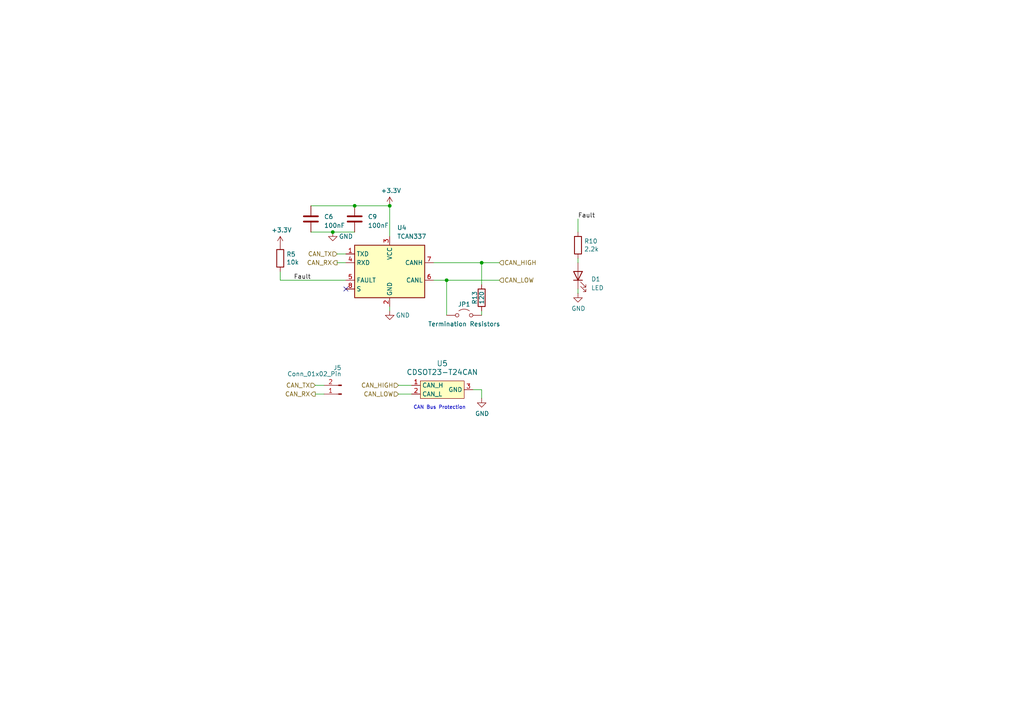
<source format=kicad_sch>
(kicad_sch (version 20250114) (generator "eeschema") (generator_version "9.0")
  (paper "A4")
  (lib_symbols
    (symbol "Connector:Conn_01x02_Pin" (pin_names (offset 1.016) (hide yes))
      (property "Reference" "J" (at 0 2.54 0))
      (property "Value" "Conn_01x02_Pin" (at 0 -5.08 0))
      (symbol "Conn_01x02_Pin_1_1"
        (rectangle (start 0.8636 0.127) (end 0 -0.127) (stroke (width 0.1524)) (fill (type outline)))
        (rectangle (start 0.8636 -2.413) (end 0 -2.667) (stroke (width 0.1524)) (fill (type outline)))
        (polyline (pts (xy 1.27 0) (xy 0.8636 0)) (stroke (width 0.1524)))
        (polyline (pts (xy 1.27 -2.54) (xy 0.8636 -2.54)) (stroke (width 0.1524)))
        (pin passive line (at 5.08 0 180) (length 3.81) (name "Pin_1") (number "1"))
        (pin passive line (at 5.08 -2.54 180) (length 3.81) (name "Pin_2") (number "2"))
      )
    )
    (symbol "Device:C" (pin_numbers (hide yes)) (pin_names (offset 0.254))
      (property "Reference" "C" (at 0.635 2.54 0))
      (property "Value" "C" (at 0.635 -2.54 0))
      (symbol "C_0_1"
        (polyline (pts (xy -2.032 0.762) (xy 2.032 0.762)) (stroke (width 0.508)))
        (polyline (pts (xy -2.032 -0.762) (xy 2.032 -0.762)) (stroke (width 0.508)))
      )
      (symbol "C_1_1"
        (pin passive line (at 0 3.81 270) (length 2.794) (name "~") (number "1"))
        (pin passive line (at 0 -3.81 90) (length 2.794) (name "~") (number "2"))
      )
    )
    (symbol "Device:LED" (pin_numbers (hide yes)) (pin_names (offset 1.016) (hide yes))
      (property "Reference" "D" (at 0 2.54 0))
      (property "Value" "LED" (at 0 -2.54 0))
      (symbol "LED_0_1"
        (polyline (pts (xy -3.048 -0.762) (xy -4.572 -2.286) (xy -3.81 -2.286) (xy -4.572 -2.286) (xy -4.572 -1.524)))
        (polyline (pts (xy -1.778 -0.762) (xy -3.302 -2.286) (xy -2.54 -2.286) (xy -3.302 -2.286) (xy -3.302 -1.524)))
        (polyline (pts (xy -1.27 0) (xy 1.27 0)))
        (polyline (pts (xy -1.27 -1.27) (xy -1.27 1.27)) (stroke (width 0.254)))
        (polyline (pts (xy 1.27 -1.27) (xy 1.27 1.27) (xy -1.27 0) (xy 1.27 -1.27)) (stroke (width 0.254)))
      )
      (symbol "LED_1_1"
        (pin passive line (at -3.81 0 0) (length 2.54) (name "K") (number "1"))
        (pin passive line (at 3.81 0 180) (length 2.54) (name "A") (number "2"))
      )
    )
    (symbol "Device:R" (pin_numbers (hide yes)) (pin_names (offset 0))
      (property "Reference" "R" (at 2.032 0 90))
      (property "Value" "R" (at 0 0 90))
      (symbol "R_0_1"
        (rectangle (start -1.016 -2.54) (end 1.016 2.54) (stroke (width 0.254)))
      )
      (symbol "R_1_1"
        (pin passive line (at 0 3.81 270) (length 1.27) (name "~") (number "1"))
        (pin passive line (at 0 -3.81 90) (length 1.27) (name "~") (number "2"))
      )
    )
    (symbol "Jumper:Jumper_2_Open" (pin_numbers (hide yes)) (pin_names (offset 0) (hide yes)) (exclude_from_sim yes)
      (property "Reference" "JP" (at 0 2.794 0))
      (property "Value" "Jumper_2_Open" (at 0 -2.286 0))
      (symbol "Jumper_2_Open_0_0"
        (circle (center -2.032 0) (radius 0.508))
        (circle (center 2.032 0) (radius 0.508))
      )
      (symbol "Jumper_2_Open_0_1"
        (arc (start -1.524 1.27) (mid 0 1.778) (end 1.524 1.27))
      )
      (symbol "Jumper_2_Open_1_1"
        (pin passive line (at -5.08 0 0) (length 2.54) (name "A") (number "1"))
        (pin passive line (at 5.08 0 180) (length 2.54) (name "B") (number "2"))
      )
    )
    (symbol "power:+3.3V" (power) (pin_numbers (hide yes)) (pin_names (offset 0) (hide yes))
      (property "Value" "+3.3V" (at 0 3.556 0))
      (symbol "+3.3V_0_1"
        (polyline (pts (xy -0.762 1.27) (xy 0 2.54)))
        (polyline (pts (xy 0 2.54) (xy 0.762 1.27)))
        (polyline (pts (xy 0 0) (xy 0 2.54)))
      )
      (symbol "+3.3V_1_1"
        (pin power_in line (at 0 0 90) (length 0) (name "~") (number "1"))
      )
    )
    (symbol "power:GND" (power) (pin_numbers (hide yes)) (pin_names (offset 0) (hide yes))
      (property "Value" "GND" (at 0 -3.81 0))
      (symbol "GND_0_1"
        (polyline (pts (xy 0 0) (xy 0 -1.27) (xy 1.27 -1.27) (xy 0 -2.54) (xy -1.27 -1.27) (xy 0 -1.27)))
      )
      (symbol "GND_1_1"
        (pin power_in line (at 0 0 270) (length 0) (name "~") (number "1"))
      )
    )
    (symbol "utsvt-ics:CDSOT23-T24CAN"
      (property "Reference" "U3" (at 0 6.985 0))
      (property "Value" "CDSOT23-T24CAN" (at 0 4.445 0))
      (symbol "CDSOT23-T24CAN_0_1"
        (rectangle (start 6.35 2.54) (end -6.35 -2.54) (fill (type background)))
      )
      (symbol "CDSOT23-T24CAN_1_1"
        (pin passive line (at -8.89 1.27 0) (length 2.54) (name "CAN_H") (number "1"))
        (pin passive line (at -8.89 -1.27 0) (length 2.54) (name "CAN_L") (number "2"))
        (pin passive line (at 8.89 0 180) (length 2.54) (name "GND") (number "3"))
      )
    )
    (symbol "utsvt-ics:TCAN337"
      (property "Reference" "U" (at -10.16 8.89 0))
      (property "Value" "TCAN337" (at 2.54 8.89 0))
      (symbol "TCAN337_0_1"
        (rectangle (start -10.16 7.62) (end 10.16 -7.62) (stroke (width 0.254)) (fill (type background)))
      )
      (symbol "TCAN337_1_1"
        (pin input line (at -12.7 5.08 0) (length 2.54) (name "TXD") (number "1"))
        (pin tri_state line (at -12.7 2.54 0) (length 2.54) (name "RXD") (number "4"))
        (pin open_collector line (at -12.7 -2.54 0) (length 2.54) (name "FAULT") (number "5"))
        (pin input line (at -12.7 -5.08 0) (length 2.54) (name "S") (number "8"))
        (pin power_in line (at 0 10.16 270) (length 2.54) (name "VCC") (number "3"))
        (pin power_in line (at 0 -10.16 90) (length 2.54) (name "GND") (number "2"))
        (pin bidirectional line (at 12.7 2.54 180) (length 2.54) (name "CANH") (number "7"))
        (pin bidirectional line (at 12.7 -2.54 180) (length 2.54) (name "CANL") (number "6"))
      )
    )
  )
  (text "CAN Bus Protection" (at 119.888 118.872 0) (effects (font (size 1.016 1.016)) (justify left bottom)))
  (junction (at 139.7 76.2))
  (junction (at 129.54 81.28))
  (junction (at 102.87 59.69))
  (junction (at 96.52 67.31))
  (junction (at 113.03 59.69))
  (no_connect (at 100.33 83.82))
  (wire (pts (xy 167.64 63.5) (xy 167.64 67.31)))
  (wire (pts (xy 125.73 81.28) (xy 129.54 81.28)))
  (wire (pts (xy 90.17 67.31) (xy 96.52 67.31)))
  (wire (pts (xy 167.64 83.82) (xy 167.64 85.09)))
  (wire (pts (xy 90.17 59.69) (xy 102.87 59.69)))
  (wire (pts (xy 129.54 81.28) (xy 144.78 81.28)))
  (wire (pts (xy 139.7 113.03) (xy 139.7 115.57)))
  (wire (pts (xy 139.7 90.17) (xy 139.7 91.44)))
  (wire (pts (xy 167.64 74.93) (xy 167.64 76.2)))
  (wire (pts (xy 139.7 76.2) (xy 144.78 76.2)))
  (wire (pts (xy 129.54 81.28) (xy 129.54 91.44)))
  (wire (pts (xy 97.79 76.2) (xy 100.33 76.2)))
  (wire (pts (xy 113.03 59.69) (xy 113.03 68.58)))
  (wire (pts (xy 91.44 114.3) (xy 93.98 114.3)))
  (wire (pts (xy 81.28 81.28) (xy 100.33 81.28)))
  (wire (pts (xy 115.57 114.3) (xy 119.38 114.3)))
  (wire (pts (xy 96.52 67.31) (xy 102.87 67.31)))
  (wire (pts (xy 125.73 76.2) (xy 139.7 76.2)))
  (wire (pts (xy 115.57 111.76) (xy 119.38 111.76)))
  (wire (pts (xy 91.44 111.76) (xy 93.98 111.76)))
  (wire (pts (xy 97.79 73.66) (xy 100.33 73.66)))
  (wire (pts (xy 102.87 59.69) (xy 113.03 59.69)))
  (wire (pts (xy 139.7 76.2) (xy 139.7 82.55)))
  (wire (pts (xy 81.28 78.74) (xy 81.28 81.28)))
  (wire (pts (xy 137.16 113.03) (xy 139.7 113.03)))
  (wire (pts (xy 113.03 88.9) (xy 113.03 90.17)))
  (label "Fault" (at 167.64 63.5 0))
  (label "Fault" (at 90.17 81.28 180))
  (hierarchical_label "CAN_LOW" (shape input) (at 115.57 114.3 180))
  (hierarchical_label "CAN_LOW" (shape input) (at 144.78 81.28 0))
  (hierarchical_label "CAN_HIGH" (shape input) (at 115.57 111.76 180))
  (hierarchical_label "CAN_RX" (shape output) (at 97.79 76.2 180))
  (hierarchical_label "CAN_TX" (shape input) (at 97.79 73.66 180))
  (hierarchical_label "CAN_TX" (shape input) (at 91.44 111.76 180))
  (hierarchical_label "CAN_RX" (shape output) (at 91.44 114.3 180))
  (hierarchical_label "CAN_HIGH" (shape input) (at 144.78 76.2 0))
  (symbol (lib_id "Device:LED") (at 167.64 80.01 90) (unit 1)
    (property "Reference" "D1" (at 171.45 80.9625 90) (effects (justify right)))
    (property "Value" "LED" (at 171.45 83.5025 90) (effects (justify right)))
    (property "Footprint" "LED_SMD:LED_0805_2012Metric" (effects (hide yes)))
    (property "Description" "Light emitting diode" (effects (hide yes)))
    (property "Mouser Part Number" "604-APTD2012LCGCK" (effects (hide yes)))
    (property "P/N" "APTD2012LCGCK" (effects (hide yes)))
    (property "Sim.Pins" "1=K 2=A" (effects (hide yes)))
  )
  (symbol (lib_id "power:GND") (at 139.7 115.57 0) (unit 1)
    (property "Reference" "#PWR053" (effects (hide yes)))
    (property "Value" "GND" (at 139.827 119.9642 0))
    (property "Description" "Power symbol creates a global label with name \"GND\" , ground" (effects (hide yes)))
  )
  (symbol (lib_id "Device:C") (at 90.17 63.5 0) (unit 1)
    (property "Reference" "C6" (at 93.98 62.865 0) (effects (justify left)))
    (property "Value" "100nF" (at 93.98 65.405 0) (effects (justify left)))
    (property "Footprint" "Capacitor_SMD:C_0805_2012Metric" (effects (hide yes)))
    (property "Description" "Unpolarized capacitor" (effects (hide yes)))
    (property "Mouser Part Number" "80-C0805C104M5R" (effects (hide yes)))
    (property "P/N" "C0805C104M5RACTU" (effects (hide yes)))
  )
  (symbol (lib_id "Device:R") (at 81.28 74.93 0) (unit 1)
    (property "Reference" "R5" (at 83.058 73.7616 0) (effects (justify left)))
    (property "Value" "10k" (at 83.058 76.073 0) (effects (justify left)))
    (property "Footprint" "Resistor_SMD:R_0805_2012Metric" (effects (hide yes)))
    (property "Description" "Resistor" (effects (hide yes)))
    (property "P/N" "CRCW08054K70FKEA" (effects (hide yes)))
  )
  (symbol (lib_id "Device:R") (at 139.7 86.36 180) (unit 1)
    (property "Reference" "R13" (at 137.668 86.36 90))
    (property "Value" "120" (at 139.7 86.36 90))
    (property "Footprint" "Resistor_SMD:R_0805_2012Metric" (effects (hide yes)))
    (property "Description" "Resistor" (effects (hide yes)))
    (property "Mouser Part Number" "71-CRCW080559R0FKEA" (effects (hide yes)))
    (property "P/N" "CRCW080559R0FKEA" (effects (hide yes)))
  )
  (symbol (lib_id "power:GND") (at 167.64 85.09 0) (unit 1)
    (property "Reference" "#PWR031" (effects (hide yes)))
    (property "Value" "GND" (at 167.767 89.4842 0))
    (property "Description" "Power symbol creates a global label with name \"GND\" , ground" (effects (hide yes)))
  )
  (symbol (lib_id "Jumper:Jumper_2_Open") (at 134.62 91.44 0) (unit 1)
    (property "Reference" "JP1" (at 134.62 88.265 0))
    (property "Value" "Termination Resistors" (at 134.62 93.98 0))
    (property "Footprint" "Connector_PinHeader_2.54mm:PinHeader_1x02_P2.54mm_Vertical" (effects (hide yes)))
    (property "Description" "Jumper, 2-pole, open" (effects (hide yes)))
  )
  (symbol (lib_id "Connector:Conn_01x02_Pin") (at 99.06 114.3 180) (unit 1)
    (property "Reference" "J5" (at 99.06 106.68 0) (effects (justify left)))
    (property "Value" "Conn_01x02_Pin" (at 99.06 108.458 0) (effects (justify left)))
    (property "Footprint" "Connector_PinHeader_2.54mm:PinHeader_1x02_P2.54mm_Vertical" (effects (hide yes)))
    (property "Description" "Generic connector, single row, 01x02, script generated" (effects (hide yes)))
  )
  (symbol (lib_id "utsvt-ics:CDSOT23-T24CAN") (at 128.27 113.03 0) (unit 1)
    (property "Reference" "U5" (at 128.27 105.41 0) (effects (font (size 1.524 1.524))))
    (property "Value" "CDSOT23-T24CAN" (at 128.27 107.95 0) (effects (font (size 1.524 1.524))))
    (property "Footprint" "UTSVT_ICs:CDSOT23-T24CAN" (effects (hide yes)))
    (property "Datasheet" "https://www.mouser.com/ProductDetail/652-CDSOT23-T24CAN" (effects (hide yes)))
    (property "Description" "CAN Bus Protector" (effects (hide yes)))
    (property "P/N" "CDSOT23-T24CAN" (effects (hide yes)))
  )
  (symbol (lib_id "power:+3.3V") (at 81.28 71.12 0) (unit 1)
    (property "Reference" "#PWR09" (effects (hide yes)))
    (property "Value" "+3.3V" (at 81.661 66.7258 0))
    (property "Description" "Power symbol creates a global label with name \"+3.3V\"" (effects (hide yes)))
  )
  (symbol (lib_id "Device:C") (at 102.87 63.5 0) (unit 1)
    (property "Reference" "C9" (at 106.68 62.865 0) (effects (justify left)))
    (property "Value" "100nF" (at 106.68 65.405 0) (effects (justify left)))
    (property "Footprint" "Capacitor_SMD:C_0805_2012Metric" (effects (hide yes)))
    (property "Description" "Unpolarized capacitor" (effects (hide yes)))
    (property "Mouser Part Number" "80-C0805C104M5R" (effects (hide yes)))
    (property "P/N" "C0805C104M5RACTU" (effects (hide yes)))
  )
  (symbol (lib_id "utsvt-ics:TCAN337") (at 113.03 78.74 0) (unit 1)
    (property "Reference" "U4" (at 115.1733 66.04 0) (effects (justify left)))
    (property "Value" "TCAN337" (at 115.1733 68.58 0) (effects (justify left)))
    (property "Footprint" "UTSVT_ICs:TCAN337DCNR" (effects (hide yes)))
    (property "Datasheet" "http://www.ti.com/lit/ds/symlink/tcan337.pdf" (effects (hide yes)))
    (property "Description" "High-Speed CAN Transceiver, 1Mbps, 3.3V supply, silent mode, fault output, SOT-23-8/SOIC-8" (effects (hide yes)))
    (property "P/N" "TCAN337DCNR" (effects (hide yes)))
  )
  (symbol (lib_id "power:+3.3V") (at 113.03 59.69 0) (unit 1)
    (property "Reference" "#PWR050" (effects (hide yes)))
    (property "Value" "+3.3V" (at 113.411 55.2958 0))
    (property "Description" "Power symbol creates a global label with name \"+3.3V\"" (effects (hide yes)))
  )
  (symbol (lib_id "power:GND") (at 96.52 67.31 0) (unit 1)
    (property "Reference" "#PWR045" (effects (hide yes)))
    (property "Value" "GND" (at 100.33 68.58 0))
    (property "Description" "Power symbol creates a global label with name \"GND\" , ground" (effects (hide yes)))
  )
  (symbol (lib_id "power:GND") (at 113.03 90.17 0) (unit 1)
    (property "Reference" "#PWR052" (effects (hide yes)))
    (property "Value" "GND" (at 116.84 91.44 0))
    (property "Description" "Power symbol creates a global label with name \"GND\" , ground" (effects (hide yes)))
  )
  (symbol (lib_id "Device:R") (at 167.64 71.12 0) (unit 1)
    (property "Reference" "R10" (at 169.418 69.9516 0) (effects (justify left)))
    (property "Value" "2.2k" (at 169.418 72.263 0) (effects (justify left)))
    (property "Footprint" "Resistor_SMD:R_0805_2012Metric" (effects (hide yes)))
    (property "Description" "Resistor" (effects (hide yes)))
    (property "Mouser Part Number" "Inventory" (effects (hide yes)))
    (property "P/N" "SDR10EZPF2200" (effects (hide yes)))
  )
)
</source>
